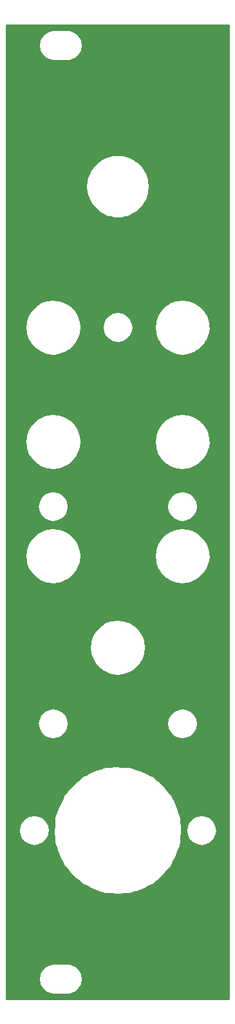
<source format=gtl>
G04 #@! TF.GenerationSoftware,KiCad,Pcbnew,(5.0.0-rc2)*
G04 #@! TF.CreationDate,2020-07-08T18:40:00+03:00*
G04 #@! TF.ProjectId,MIDIPNL2,4D494449504E4C322E6B696361645F70,rev?*
G04 #@! TF.SameCoordinates,PX23c3460PY84157a0*
G04 #@! TF.FileFunction,Copper,L1,Top,Signal*
G04 #@! TF.FilePolarity,Positive*
%FSLAX46Y46*%
G04 Gerber Fmt 4.6, Leading zero omitted, Abs format (unit mm)*
G04 Created by KiCad (PCBNEW (5.0.0-rc2)) date Wed Jul  8 18:40:00 2020*
%MOMM*%
%LPD*%
G01*
G04 APERTURE LIST*
G04 #@! TA.AperFunction,NonConductor*
%ADD10C,0.254000*%
G04 #@! TD*
G04 APERTURE END LIST*
D10*
G36*
X29603000Y397000D02*
X397000Y397000D01*
X397000Y3063669D01*
X4598011Y3063669D01*
X4598011Y2936331D01*
X4676321Y2441905D01*
X4676321Y2441904D01*
X4715670Y2320799D01*
X4942933Y1874770D01*
X5017781Y1771752D01*
X5371752Y1417780D01*
X5474770Y1342933D01*
X5920799Y1115670D01*
X6041904Y1076321D01*
X6528449Y999259D01*
X6559917Y993000D01*
X8440083Y993000D01*
X8471551Y999259D01*
X8958096Y1076321D01*
X9079201Y1115670D01*
X9525230Y1342933D01*
X9628248Y1417781D01*
X9982220Y1771752D01*
X10057067Y1874770D01*
X10284330Y2320799D01*
X10323679Y2441904D01*
X10323679Y2441905D01*
X10401989Y2936331D01*
X10401989Y3063669D01*
X10323679Y3558096D01*
X10317272Y3577816D01*
X10284330Y3679201D01*
X10057067Y4125230D01*
X10004188Y4198011D01*
X9982220Y4228248D01*
X9628248Y4582219D01*
X9525230Y4657067D01*
X9079201Y4884330D01*
X8958096Y4923679D01*
X8471551Y5000741D01*
X8440083Y5007000D01*
X6559917Y5007000D01*
X6528449Y5000741D01*
X6041904Y4923679D01*
X5920799Y4884330D01*
X5474770Y4657067D01*
X5371752Y4582220D01*
X5017781Y4228248D01*
X4942933Y4125230D01*
X4715670Y3679201D01*
X4676321Y3558096D01*
X4598011Y3063669D01*
X397000Y3063669D01*
X397000Y22500000D01*
X1973000Y22500000D01*
X2072208Y21873623D01*
X2360123Y21308559D01*
X2808559Y20860123D01*
X3373623Y20572208D01*
X4000000Y20473000D01*
X4626377Y20572208D01*
X5191441Y20860123D01*
X5639877Y21308559D01*
X5927792Y21873623D01*
X5985076Y22235302D01*
X6577158Y22235302D01*
X6653000Y21495080D01*
X6653000Y20839679D01*
X6897849Y20248562D01*
X6985447Y19895914D01*
X7432322Y18792633D01*
X7671421Y18380994D01*
X7923755Y17771805D01*
X8395025Y17300535D01*
X8767129Y16828524D01*
X9628428Y16006885D01*
X9839533Y15856027D01*
X10271805Y15423755D01*
X10841163Y15187919D01*
X11653235Y14766082D01*
X12776342Y14371675D01*
X12844465Y14358125D01*
X13339679Y14153000D01*
X13875692Y14153000D01*
X13943817Y14139449D01*
X15132366Y14074040D01*
X16044051Y14153000D01*
X16660321Y14153000D01*
X17225111Y14386944D01*
X17477878Y14445532D01*
X18588042Y14875022D01*
X19112453Y15168706D01*
X19728195Y15423755D01*
X20194446Y15890006D01*
X20572875Y16178814D01*
X21407941Y17027101D01*
X21623825Y17319385D01*
X22076245Y17771805D01*
X22327057Y18377319D01*
X22680395Y19032169D01*
X23092395Y20148942D01*
X23126496Y20307336D01*
X23347000Y20839679D01*
X23347000Y21370122D01*
X23427000Y22500000D01*
X23973000Y22500000D01*
X24072208Y21873623D01*
X24360123Y21308559D01*
X24808559Y20860123D01*
X25373623Y20572208D01*
X26000000Y20473000D01*
X26626377Y20572208D01*
X27191441Y20860123D01*
X27639877Y21308559D01*
X27927792Y21873623D01*
X28027000Y22500000D01*
X27927792Y23126377D01*
X27639877Y23691441D01*
X27191441Y24139877D01*
X26626377Y24427792D01*
X26000000Y24527000D01*
X25373623Y24427792D01*
X24808559Y24139877D01*
X24360123Y23691441D01*
X24072208Y23126377D01*
X23973000Y22500000D01*
X23427000Y22500000D01*
X23410371Y23029136D01*
X23347000Y23500940D01*
X23347000Y24160321D01*
X23091950Y24776066D01*
X22928802Y25354544D01*
X22447493Y26443245D01*
X22310189Y26663405D01*
X22076245Y27228195D01*
X21640475Y27663965D01*
X21051650Y28364457D01*
X20164968Y29158636D01*
X20107214Y29197226D01*
X19728195Y29576245D01*
X19232984Y29781368D01*
X19175230Y29819958D01*
X18102186Y30335226D01*
X17229684Y30611162D01*
X16660321Y30847000D01*
X16048996Y30847000D01*
X15793051Y30889601D01*
X14603034Y30917645D01*
X14006156Y30847000D01*
X13339679Y30847000D01*
X12730490Y30594666D01*
X12270348Y30472661D01*
X11174222Y30008512D01*
X10862919Y29821093D01*
X10271805Y29576245D01*
X9808370Y29112810D01*
X9231322Y28643019D01*
X8423313Y27768920D01*
X8331192Y27635632D01*
X7923755Y27228195D01*
X7720766Y26738136D01*
X7214467Y25724873D01*
X6855990Y24650382D01*
X6653000Y24160321D01*
X6653000Y23584117D01*
X6623891Y23424731D01*
X6577158Y22235302D01*
X5985076Y22235302D01*
X6027000Y22500000D01*
X5927792Y23126377D01*
X5639877Y23691441D01*
X5191441Y24139877D01*
X4626377Y24427792D01*
X4000000Y24527000D01*
X3373623Y24427792D01*
X2808559Y24139877D01*
X2360123Y23691441D01*
X2072208Y23126377D01*
X1973000Y22500000D01*
X397000Y22500000D01*
X397000Y36500000D01*
X4473000Y36500000D01*
X4572208Y35873623D01*
X4860123Y35308559D01*
X5308559Y34860123D01*
X5873623Y34572208D01*
X6500000Y34473000D01*
X7126377Y34572208D01*
X7691441Y34860123D01*
X8139877Y35308559D01*
X8427792Y35873623D01*
X8527000Y36500000D01*
X21473000Y36500000D01*
X21572208Y35873623D01*
X21860123Y35308559D01*
X22308559Y34860123D01*
X22873623Y34572208D01*
X23500000Y34473000D01*
X24126377Y34572208D01*
X24691441Y34860123D01*
X25139877Y35308559D01*
X25427792Y35873623D01*
X25527000Y36500000D01*
X25427792Y37126377D01*
X25139877Y37691441D01*
X24691441Y38139877D01*
X24126377Y38427792D01*
X23500000Y38527000D01*
X22873623Y38427792D01*
X22308559Y38139877D01*
X21860123Y37691441D01*
X21572208Y37126377D01*
X21473000Y36500000D01*
X8527000Y36500000D01*
X8427792Y37126377D01*
X8139877Y37691441D01*
X7691441Y38139877D01*
X7126377Y38427792D01*
X6500000Y38527000D01*
X5873623Y38427792D01*
X5308559Y38139877D01*
X4860123Y37691441D01*
X4572208Y37126377D01*
X4473000Y36500000D01*
X397000Y36500000D01*
X397000Y46448661D01*
X11323358Y46448661D01*
X11403000Y45818229D01*
X11403000Y45784512D01*
X11409129Y45769716D01*
X11426099Y45635382D01*
X11706468Y44865076D01*
X11923044Y44529016D01*
X11950611Y44462463D01*
X11993709Y44419365D01*
X12150529Y44176028D01*
X12736213Y43602484D01*
X12929502Y43483572D01*
X12962463Y43450611D01*
X13025567Y43424472D01*
X13434410Y43172951D01*
X14210418Y42908776D01*
X15025670Y42823090D01*
X15695821Y42903000D01*
X15715488Y42903000D01*
X15723438Y42906293D01*
X15839646Y42920150D01*
X16611891Y43195134D01*
X16971085Y43423086D01*
X17037537Y43450611D01*
X17077622Y43490696D01*
X17304022Y43634374D01*
X17881641Y44216040D01*
X18012693Y44425767D01*
X18049389Y44462463D01*
X18076457Y44527811D01*
X18316038Y44911221D01*
X18585624Y45685366D01*
X18596650Y45783668D01*
X18597000Y45784512D01*
X18597000Y45786785D01*
X18677000Y46500000D01*
X18675566Y46602668D01*
X18597000Y47161695D01*
X18597000Y47215488D01*
X18585557Y47243113D01*
X18561480Y47414433D01*
X18270384Y48180749D01*
X18075969Y48473366D01*
X18049389Y48537537D01*
X18001551Y48585375D01*
X17816745Y48863530D01*
X17223111Y49428841D01*
X17062108Y49524818D01*
X17037537Y49549389D01*
X16982982Y49571986D01*
X16518985Y49848584D01*
X15739364Y50101898D01*
X14922995Y50176194D01*
X14329468Y50097000D01*
X14284512Y50097000D01*
X14263149Y50088151D01*
X14110453Y50067777D01*
X13342123Y49782038D01*
X13028224Y49576628D01*
X12962463Y49549389D01*
X12916766Y49503692D01*
X12656192Y49333177D01*
X12086751Y48743504D01*
X11979522Y48566448D01*
X11950611Y48537537D01*
X11925937Y48477968D01*
X11662102Y48042325D01*
X11403351Y47264491D01*
X11323358Y46448661D01*
X397000Y46448661D01*
X397000Y58448661D01*
X2823358Y58448661D01*
X2903000Y57818229D01*
X2903000Y57784512D01*
X2909129Y57769716D01*
X2926099Y57635382D01*
X3206468Y56865076D01*
X3423044Y56529016D01*
X3450611Y56462463D01*
X3493709Y56419365D01*
X3650529Y56176028D01*
X4236213Y55602484D01*
X4429502Y55483572D01*
X4462463Y55450611D01*
X4525567Y55424472D01*
X4934410Y55172951D01*
X5710418Y54908776D01*
X6525670Y54823090D01*
X7195821Y54903000D01*
X7215488Y54903000D01*
X7223438Y54906293D01*
X7339646Y54920150D01*
X8111891Y55195134D01*
X8471085Y55423086D01*
X8537537Y55450611D01*
X8577622Y55490696D01*
X8804022Y55634374D01*
X9381641Y56216040D01*
X9512693Y56425767D01*
X9549389Y56462463D01*
X9576457Y56527811D01*
X9816038Y56911221D01*
X10085624Y57685366D01*
X10096650Y57783668D01*
X10097000Y57784512D01*
X10097000Y57786785D01*
X10171241Y58448661D01*
X19823358Y58448661D01*
X19903000Y57818229D01*
X19903000Y57784512D01*
X19909129Y57769716D01*
X19926099Y57635382D01*
X20206468Y56865076D01*
X20423044Y56529016D01*
X20450611Y56462463D01*
X20493709Y56419365D01*
X20650529Y56176028D01*
X21236213Y55602484D01*
X21429502Y55483572D01*
X21462463Y55450611D01*
X21525567Y55424472D01*
X21934410Y55172951D01*
X22710418Y54908776D01*
X23525670Y54823090D01*
X24195821Y54903000D01*
X24215488Y54903000D01*
X24223438Y54906293D01*
X24339646Y54920150D01*
X25111891Y55195134D01*
X25471085Y55423086D01*
X25537537Y55450611D01*
X25577622Y55490696D01*
X25804022Y55634374D01*
X26381641Y56216040D01*
X26512693Y56425767D01*
X26549389Y56462463D01*
X26576457Y56527811D01*
X26816038Y56911221D01*
X27085624Y57685366D01*
X27096650Y57783668D01*
X27097000Y57784512D01*
X27097000Y57786785D01*
X27177000Y58500000D01*
X27175566Y58602668D01*
X27097000Y59161695D01*
X27097000Y59215488D01*
X27085557Y59243113D01*
X27061480Y59414433D01*
X26770384Y60180749D01*
X26575969Y60473366D01*
X26549389Y60537537D01*
X26501551Y60585375D01*
X26316745Y60863530D01*
X25723111Y61428841D01*
X25562108Y61524818D01*
X25537537Y61549389D01*
X25482982Y61571986D01*
X25018985Y61848584D01*
X24239364Y62101898D01*
X23422995Y62176194D01*
X22829468Y62097000D01*
X22784512Y62097000D01*
X22763149Y62088151D01*
X22610453Y62067777D01*
X21842123Y61782038D01*
X21528224Y61576628D01*
X21462463Y61549389D01*
X21416766Y61503692D01*
X21156192Y61333177D01*
X20586751Y60743504D01*
X20479522Y60566448D01*
X20450611Y60537537D01*
X20425937Y60477968D01*
X20162102Y60042325D01*
X19903351Y59264491D01*
X19823358Y58448661D01*
X10171241Y58448661D01*
X10177000Y58500000D01*
X10175566Y58602668D01*
X10097000Y59161695D01*
X10097000Y59215488D01*
X10085557Y59243113D01*
X10061480Y59414433D01*
X9770384Y60180749D01*
X9575969Y60473366D01*
X9549389Y60537537D01*
X9501551Y60585375D01*
X9316745Y60863530D01*
X8723111Y61428841D01*
X8562108Y61524818D01*
X8537537Y61549389D01*
X8482982Y61571986D01*
X8018985Y61848584D01*
X7239364Y62101898D01*
X6422995Y62176194D01*
X5829468Y62097000D01*
X5784512Y62097000D01*
X5763149Y62088151D01*
X5610453Y62067777D01*
X4842123Y61782038D01*
X4528224Y61576628D01*
X4462463Y61549389D01*
X4416766Y61503692D01*
X4156192Y61333177D01*
X3586751Y60743504D01*
X3479522Y60566448D01*
X3450611Y60537537D01*
X3425937Y60477968D01*
X3162102Y60042325D01*
X2903351Y59264491D01*
X2823358Y58448661D01*
X397000Y58448661D01*
X397000Y65000000D01*
X4473000Y65000000D01*
X4572208Y64373623D01*
X4860123Y63808559D01*
X5308559Y63360123D01*
X5873623Y63072208D01*
X6500000Y62973000D01*
X7126377Y63072208D01*
X7691441Y63360123D01*
X8139877Y63808559D01*
X8427792Y64373623D01*
X8527000Y65000000D01*
X21473000Y65000000D01*
X21572208Y64373623D01*
X21860123Y63808559D01*
X22308559Y63360123D01*
X22873623Y63072208D01*
X23500000Y62973000D01*
X24126377Y63072208D01*
X24691441Y63360123D01*
X25139877Y63808559D01*
X25427792Y64373623D01*
X25527000Y65000000D01*
X25427792Y65626377D01*
X25139877Y66191441D01*
X24691441Y66639877D01*
X24126377Y66927792D01*
X23500000Y67027000D01*
X22873623Y66927792D01*
X22308559Y66639877D01*
X21860123Y66191441D01*
X21572208Y65626377D01*
X21473000Y65000000D01*
X8527000Y65000000D01*
X8427792Y65626377D01*
X8139877Y66191441D01*
X7691441Y66639877D01*
X7126377Y66927792D01*
X6500000Y67027000D01*
X5873623Y66927792D01*
X5308559Y66639877D01*
X4860123Y66191441D01*
X4572208Y65626377D01*
X4473000Y65000000D01*
X397000Y65000000D01*
X397000Y73448661D01*
X2823358Y73448661D01*
X2903000Y72818229D01*
X2903000Y72784512D01*
X2909129Y72769716D01*
X2926099Y72635382D01*
X3206468Y71865076D01*
X3423044Y71529016D01*
X3450611Y71462463D01*
X3493709Y71419365D01*
X3650529Y71176028D01*
X4236213Y70602484D01*
X4429502Y70483572D01*
X4462463Y70450611D01*
X4525567Y70424472D01*
X4934410Y70172951D01*
X5710418Y69908776D01*
X6525670Y69823090D01*
X7195821Y69903000D01*
X7215488Y69903000D01*
X7223438Y69906293D01*
X7339646Y69920150D01*
X8111891Y70195134D01*
X8471085Y70423086D01*
X8537537Y70450611D01*
X8577622Y70490696D01*
X8804022Y70634374D01*
X9381641Y71216040D01*
X9512693Y71425767D01*
X9549389Y71462463D01*
X9576457Y71527811D01*
X9816038Y71911221D01*
X10085624Y72685366D01*
X10096650Y72783668D01*
X10097000Y72784512D01*
X10097000Y72786785D01*
X10171241Y73448661D01*
X19823358Y73448661D01*
X19903000Y72818229D01*
X19903000Y72784512D01*
X19909129Y72769716D01*
X19926099Y72635382D01*
X20206468Y71865076D01*
X20423044Y71529016D01*
X20450611Y71462463D01*
X20493709Y71419365D01*
X20650529Y71176028D01*
X21236213Y70602484D01*
X21429502Y70483572D01*
X21462463Y70450611D01*
X21525567Y70424472D01*
X21934410Y70172951D01*
X22710418Y69908776D01*
X23525670Y69823090D01*
X24195821Y69903000D01*
X24215488Y69903000D01*
X24223438Y69906293D01*
X24339646Y69920150D01*
X25111891Y70195134D01*
X25471085Y70423086D01*
X25537537Y70450611D01*
X25577622Y70490696D01*
X25804022Y70634374D01*
X26381641Y71216040D01*
X26512693Y71425767D01*
X26549389Y71462463D01*
X26576457Y71527811D01*
X26816038Y71911221D01*
X27085624Y72685366D01*
X27096650Y72783668D01*
X27097000Y72784512D01*
X27097000Y72786785D01*
X27177000Y73500000D01*
X27175566Y73602668D01*
X27097000Y74161695D01*
X27097000Y74215488D01*
X27085557Y74243113D01*
X27061480Y74414433D01*
X26770384Y75180749D01*
X26575969Y75473366D01*
X26549389Y75537537D01*
X26501551Y75585375D01*
X26316745Y75863530D01*
X25723111Y76428841D01*
X25562108Y76524818D01*
X25537537Y76549389D01*
X25482982Y76571986D01*
X25018985Y76848584D01*
X24239364Y77101898D01*
X23422995Y77176194D01*
X22829468Y77097000D01*
X22784512Y77097000D01*
X22763149Y77088151D01*
X22610453Y77067777D01*
X21842123Y76782038D01*
X21528224Y76576628D01*
X21462463Y76549389D01*
X21416766Y76503692D01*
X21156192Y76333177D01*
X20586751Y75743504D01*
X20479522Y75566448D01*
X20450611Y75537537D01*
X20425937Y75477968D01*
X20162102Y75042325D01*
X19903351Y74264491D01*
X19823358Y73448661D01*
X10171241Y73448661D01*
X10177000Y73500000D01*
X10175566Y73602668D01*
X10097000Y74161695D01*
X10097000Y74215488D01*
X10085557Y74243113D01*
X10061480Y74414433D01*
X9770384Y75180749D01*
X9575969Y75473366D01*
X9549389Y75537537D01*
X9501551Y75585375D01*
X9316745Y75863530D01*
X8723111Y76428841D01*
X8562108Y76524818D01*
X8537537Y76549389D01*
X8482982Y76571986D01*
X8018985Y76848584D01*
X7239364Y77101898D01*
X6422995Y77176194D01*
X5829468Y77097000D01*
X5784512Y77097000D01*
X5763149Y77088151D01*
X5610453Y77067777D01*
X4842123Y76782038D01*
X4528224Y76576628D01*
X4462463Y76549389D01*
X4416766Y76503692D01*
X4156192Y76333177D01*
X3586751Y75743504D01*
X3479522Y75566448D01*
X3450611Y75537537D01*
X3425937Y75477968D01*
X3162102Y75042325D01*
X2903351Y74264491D01*
X2823358Y73448661D01*
X397000Y73448661D01*
X397000Y88448661D01*
X2823358Y88448661D01*
X2903000Y87818229D01*
X2903000Y87784512D01*
X2909129Y87769716D01*
X2926099Y87635382D01*
X3206468Y86865076D01*
X3423044Y86529016D01*
X3450611Y86462463D01*
X3493709Y86419365D01*
X3650529Y86176028D01*
X4236213Y85602484D01*
X4429502Y85483572D01*
X4462463Y85450611D01*
X4525567Y85424472D01*
X4934410Y85172951D01*
X5710418Y84908776D01*
X6525670Y84823090D01*
X7195821Y84903000D01*
X7215488Y84903000D01*
X7223438Y84906293D01*
X7339646Y84920150D01*
X8111891Y85195134D01*
X8471085Y85423086D01*
X8537537Y85450611D01*
X8577622Y85490696D01*
X8804022Y85634374D01*
X9381641Y86216040D01*
X9512693Y86425767D01*
X9549389Y86462463D01*
X9576457Y86527811D01*
X9816038Y86911221D01*
X10085624Y87685366D01*
X10096650Y87783668D01*
X10097000Y87784512D01*
X10097000Y87786785D01*
X10177000Y88500000D01*
X12973000Y88500000D01*
X13072208Y87873623D01*
X13360123Y87308559D01*
X13808559Y86860123D01*
X14373623Y86572208D01*
X15000000Y86473000D01*
X15626377Y86572208D01*
X16191441Y86860123D01*
X16639877Y87308559D01*
X16927792Y87873623D01*
X17018868Y88448661D01*
X19823358Y88448661D01*
X19903000Y87818229D01*
X19903000Y87784512D01*
X19909129Y87769716D01*
X19926099Y87635382D01*
X20206468Y86865076D01*
X20423044Y86529016D01*
X20450611Y86462463D01*
X20493709Y86419365D01*
X20650529Y86176028D01*
X21236213Y85602484D01*
X21429502Y85483572D01*
X21462463Y85450611D01*
X21525567Y85424472D01*
X21934410Y85172951D01*
X22710418Y84908776D01*
X23525670Y84823090D01*
X24195821Y84903000D01*
X24215488Y84903000D01*
X24223438Y84906293D01*
X24339646Y84920150D01*
X25111891Y85195134D01*
X25471085Y85423086D01*
X25537537Y85450611D01*
X25577622Y85490696D01*
X25804022Y85634374D01*
X26381641Y86216040D01*
X26512693Y86425767D01*
X26549389Y86462463D01*
X26576457Y86527811D01*
X26816038Y86911221D01*
X27085624Y87685366D01*
X27096650Y87783668D01*
X27097000Y87784512D01*
X27097000Y87786785D01*
X27177000Y88500000D01*
X27175566Y88602668D01*
X27097000Y89161695D01*
X27097000Y89215488D01*
X27085557Y89243113D01*
X27061480Y89414433D01*
X26770384Y90180749D01*
X26575969Y90473366D01*
X26549389Y90537537D01*
X26501551Y90585375D01*
X26316745Y90863530D01*
X25723111Y91428841D01*
X25562108Y91524818D01*
X25537537Y91549389D01*
X25482982Y91571986D01*
X25018985Y91848584D01*
X24239364Y92101898D01*
X23422995Y92176194D01*
X22829468Y92097000D01*
X22784512Y92097000D01*
X22763149Y92088151D01*
X22610453Y92067777D01*
X21842123Y91782038D01*
X21528224Y91576628D01*
X21462463Y91549389D01*
X21416766Y91503692D01*
X21156192Y91333177D01*
X20586751Y90743504D01*
X20479522Y90566448D01*
X20450611Y90537537D01*
X20425937Y90477968D01*
X20162102Y90042325D01*
X19903351Y89264491D01*
X19823358Y88448661D01*
X17018868Y88448661D01*
X17027000Y88500000D01*
X16927792Y89126377D01*
X16639877Y89691441D01*
X16191441Y90139877D01*
X15626377Y90427792D01*
X15000000Y90527000D01*
X14373623Y90427792D01*
X13808559Y90139877D01*
X13360123Y89691441D01*
X13072208Y89126377D01*
X12973000Y88500000D01*
X10177000Y88500000D01*
X10175566Y88602668D01*
X10097000Y89161695D01*
X10097000Y89215488D01*
X10085557Y89243113D01*
X10061480Y89414433D01*
X9770384Y90180749D01*
X9575969Y90473366D01*
X9549389Y90537537D01*
X9501551Y90585375D01*
X9316745Y90863530D01*
X8723111Y91428841D01*
X8562108Y91524818D01*
X8537537Y91549389D01*
X8482982Y91571986D01*
X8018985Y91848584D01*
X7239364Y92101898D01*
X6422995Y92176194D01*
X5829468Y92097000D01*
X5784512Y92097000D01*
X5763149Y92088151D01*
X5610453Y92067777D01*
X4842123Y91782038D01*
X4528224Y91576628D01*
X4462463Y91549389D01*
X4416766Y91503692D01*
X4156192Y91333177D01*
X3586751Y90743504D01*
X3479522Y90566448D01*
X3450611Y90537537D01*
X3425937Y90477968D01*
X3162102Y90042325D01*
X2903351Y89264491D01*
X2823358Y88448661D01*
X397000Y88448661D01*
X397000Y107000000D01*
X10823000Y107000000D01*
X10903000Y106238847D01*
X10903000Y106185056D01*
X10910576Y106166766D01*
X10914277Y106131553D01*
X11184121Y105301061D01*
X11485089Y104779769D01*
X11526731Y104679236D01*
X11565535Y104640432D01*
X11620736Y104544821D01*
X12205041Y103895884D01*
X12589166Y103616801D01*
X12679236Y103526731D01*
X12758097Y103494066D01*
X12911500Y103382612D01*
X13709236Y103027437D01*
X14069522Y102950856D01*
X14185056Y102903000D01*
X14294666Y102903000D01*
X14563385Y102845882D01*
X15436615Y102845882D01*
X15705334Y102903000D01*
X15814944Y102903000D01*
X15930478Y102950856D01*
X16290764Y103027437D01*
X17088500Y103382612D01*
X17241903Y103494066D01*
X17320764Y103526731D01*
X17410834Y103616801D01*
X17794959Y103895884D01*
X18379264Y104544821D01*
X18434465Y104640432D01*
X18473269Y104679236D01*
X18514911Y104779769D01*
X18815879Y105301061D01*
X19085723Y106131553D01*
X19089424Y106166766D01*
X19097000Y106185056D01*
X19097000Y106238847D01*
X19177000Y107000000D01*
X19097000Y107761153D01*
X19097000Y107814944D01*
X19089424Y107833234D01*
X19085723Y107868447D01*
X18815879Y108698939D01*
X18514911Y109220231D01*
X18473269Y109320764D01*
X18434465Y109359568D01*
X18379264Y109455179D01*
X17794959Y110104116D01*
X17410834Y110383199D01*
X17320764Y110473269D01*
X17241903Y110505934D01*
X17088500Y110617388D01*
X16290764Y110972563D01*
X15930478Y111049144D01*
X15814944Y111097000D01*
X15705334Y111097000D01*
X15436615Y111154118D01*
X14563385Y111154118D01*
X14294666Y111097000D01*
X14185056Y111097000D01*
X14069522Y111049144D01*
X13709236Y110972563D01*
X12911500Y110617388D01*
X12758097Y110505934D01*
X12679236Y110473269D01*
X12589166Y110383199D01*
X12205041Y110104116D01*
X11620736Y109455179D01*
X11565535Y109359568D01*
X11526731Y109320764D01*
X11485089Y109220231D01*
X11184121Y108698939D01*
X10914277Y107868447D01*
X10910576Y107833234D01*
X10903000Y107814944D01*
X10903000Y107761153D01*
X10823000Y107000000D01*
X397000Y107000000D01*
X397000Y125563669D01*
X4598011Y125563669D01*
X4598011Y125436331D01*
X4676321Y124941905D01*
X4676321Y124941904D01*
X4715670Y124820799D01*
X4942933Y124374770D01*
X5017781Y124271752D01*
X5371752Y123917780D01*
X5474770Y123842933D01*
X5920799Y123615670D01*
X6041904Y123576321D01*
X6528449Y123499259D01*
X6559917Y123493000D01*
X8440083Y123493000D01*
X8471551Y123499259D01*
X8958096Y123576321D01*
X9079201Y123615670D01*
X9525230Y123842933D01*
X9628248Y123917781D01*
X9982220Y124271752D01*
X10057067Y124374770D01*
X10284330Y124820799D01*
X10323679Y124941904D01*
X10323679Y124941905D01*
X10401989Y125436331D01*
X10401989Y125563669D01*
X10323679Y126058096D01*
X10317272Y126077816D01*
X10284330Y126179201D01*
X10057067Y126625230D01*
X10004188Y126698011D01*
X9982220Y126728248D01*
X9628248Y127082219D01*
X9525230Y127157067D01*
X9079201Y127384330D01*
X8958096Y127423679D01*
X8471551Y127500741D01*
X8440083Y127507000D01*
X6559917Y127507000D01*
X6528449Y127500741D01*
X6041904Y127423679D01*
X5920799Y127384330D01*
X5474770Y127157067D01*
X5371752Y127082220D01*
X5017781Y126728248D01*
X4942933Y126625230D01*
X4715670Y126179201D01*
X4676321Y126058096D01*
X4598011Y125563669D01*
X397000Y125563669D01*
X396999Y128103000D01*
X29603001Y128103000D01*
X29603000Y397000D01*
X29603000Y397000D01*
G37*
X29603000Y397000D02*
X397000Y397000D01*
X397000Y3063669D01*
X4598011Y3063669D01*
X4598011Y2936331D01*
X4676321Y2441905D01*
X4676321Y2441904D01*
X4715670Y2320799D01*
X4942933Y1874770D01*
X5017781Y1771752D01*
X5371752Y1417780D01*
X5474770Y1342933D01*
X5920799Y1115670D01*
X6041904Y1076321D01*
X6528449Y999259D01*
X6559917Y993000D01*
X8440083Y993000D01*
X8471551Y999259D01*
X8958096Y1076321D01*
X9079201Y1115670D01*
X9525230Y1342933D01*
X9628248Y1417781D01*
X9982220Y1771752D01*
X10057067Y1874770D01*
X10284330Y2320799D01*
X10323679Y2441904D01*
X10323679Y2441905D01*
X10401989Y2936331D01*
X10401989Y3063669D01*
X10323679Y3558096D01*
X10317272Y3577816D01*
X10284330Y3679201D01*
X10057067Y4125230D01*
X10004188Y4198011D01*
X9982220Y4228248D01*
X9628248Y4582219D01*
X9525230Y4657067D01*
X9079201Y4884330D01*
X8958096Y4923679D01*
X8471551Y5000741D01*
X8440083Y5007000D01*
X6559917Y5007000D01*
X6528449Y5000741D01*
X6041904Y4923679D01*
X5920799Y4884330D01*
X5474770Y4657067D01*
X5371752Y4582220D01*
X5017781Y4228248D01*
X4942933Y4125230D01*
X4715670Y3679201D01*
X4676321Y3558096D01*
X4598011Y3063669D01*
X397000Y3063669D01*
X397000Y22500000D01*
X1973000Y22500000D01*
X2072208Y21873623D01*
X2360123Y21308559D01*
X2808559Y20860123D01*
X3373623Y20572208D01*
X4000000Y20473000D01*
X4626377Y20572208D01*
X5191441Y20860123D01*
X5639877Y21308559D01*
X5927792Y21873623D01*
X5985076Y22235302D01*
X6577158Y22235302D01*
X6653000Y21495080D01*
X6653000Y20839679D01*
X6897849Y20248562D01*
X6985447Y19895914D01*
X7432322Y18792633D01*
X7671421Y18380994D01*
X7923755Y17771805D01*
X8395025Y17300535D01*
X8767129Y16828524D01*
X9628428Y16006885D01*
X9839533Y15856027D01*
X10271805Y15423755D01*
X10841163Y15187919D01*
X11653235Y14766082D01*
X12776342Y14371675D01*
X12844465Y14358125D01*
X13339679Y14153000D01*
X13875692Y14153000D01*
X13943817Y14139449D01*
X15132366Y14074040D01*
X16044051Y14153000D01*
X16660321Y14153000D01*
X17225111Y14386944D01*
X17477878Y14445532D01*
X18588042Y14875022D01*
X19112453Y15168706D01*
X19728195Y15423755D01*
X20194446Y15890006D01*
X20572875Y16178814D01*
X21407941Y17027101D01*
X21623825Y17319385D01*
X22076245Y17771805D01*
X22327057Y18377319D01*
X22680395Y19032169D01*
X23092395Y20148942D01*
X23126496Y20307336D01*
X23347000Y20839679D01*
X23347000Y21370122D01*
X23427000Y22500000D01*
X23973000Y22500000D01*
X24072208Y21873623D01*
X24360123Y21308559D01*
X24808559Y20860123D01*
X25373623Y20572208D01*
X26000000Y20473000D01*
X26626377Y20572208D01*
X27191441Y20860123D01*
X27639877Y21308559D01*
X27927792Y21873623D01*
X28027000Y22500000D01*
X27927792Y23126377D01*
X27639877Y23691441D01*
X27191441Y24139877D01*
X26626377Y24427792D01*
X26000000Y24527000D01*
X25373623Y24427792D01*
X24808559Y24139877D01*
X24360123Y23691441D01*
X24072208Y23126377D01*
X23973000Y22500000D01*
X23427000Y22500000D01*
X23410371Y23029136D01*
X23347000Y23500940D01*
X23347000Y24160321D01*
X23091950Y24776066D01*
X22928802Y25354544D01*
X22447493Y26443245D01*
X22310189Y26663405D01*
X22076245Y27228195D01*
X21640475Y27663965D01*
X21051650Y28364457D01*
X20164968Y29158636D01*
X20107214Y29197226D01*
X19728195Y29576245D01*
X19232984Y29781368D01*
X19175230Y29819958D01*
X18102186Y30335226D01*
X17229684Y30611162D01*
X16660321Y30847000D01*
X16048996Y30847000D01*
X15793051Y30889601D01*
X14603034Y30917645D01*
X14006156Y30847000D01*
X13339679Y30847000D01*
X12730490Y30594666D01*
X12270348Y30472661D01*
X11174222Y30008512D01*
X10862919Y29821093D01*
X10271805Y29576245D01*
X9808370Y29112810D01*
X9231322Y28643019D01*
X8423313Y27768920D01*
X8331192Y27635632D01*
X7923755Y27228195D01*
X7720766Y26738136D01*
X7214467Y25724873D01*
X6855990Y24650382D01*
X6653000Y24160321D01*
X6653000Y23584117D01*
X6623891Y23424731D01*
X6577158Y22235302D01*
X5985076Y22235302D01*
X6027000Y22500000D01*
X5927792Y23126377D01*
X5639877Y23691441D01*
X5191441Y24139877D01*
X4626377Y24427792D01*
X4000000Y24527000D01*
X3373623Y24427792D01*
X2808559Y24139877D01*
X2360123Y23691441D01*
X2072208Y23126377D01*
X1973000Y22500000D01*
X397000Y22500000D01*
X397000Y36500000D01*
X4473000Y36500000D01*
X4572208Y35873623D01*
X4860123Y35308559D01*
X5308559Y34860123D01*
X5873623Y34572208D01*
X6500000Y34473000D01*
X7126377Y34572208D01*
X7691441Y34860123D01*
X8139877Y35308559D01*
X8427792Y35873623D01*
X8527000Y36500000D01*
X21473000Y36500000D01*
X21572208Y35873623D01*
X21860123Y35308559D01*
X22308559Y34860123D01*
X22873623Y34572208D01*
X23500000Y34473000D01*
X24126377Y34572208D01*
X24691441Y34860123D01*
X25139877Y35308559D01*
X25427792Y35873623D01*
X25527000Y36500000D01*
X25427792Y37126377D01*
X25139877Y37691441D01*
X24691441Y38139877D01*
X24126377Y38427792D01*
X23500000Y38527000D01*
X22873623Y38427792D01*
X22308559Y38139877D01*
X21860123Y37691441D01*
X21572208Y37126377D01*
X21473000Y36500000D01*
X8527000Y36500000D01*
X8427792Y37126377D01*
X8139877Y37691441D01*
X7691441Y38139877D01*
X7126377Y38427792D01*
X6500000Y38527000D01*
X5873623Y38427792D01*
X5308559Y38139877D01*
X4860123Y37691441D01*
X4572208Y37126377D01*
X4473000Y36500000D01*
X397000Y36500000D01*
X397000Y46448661D01*
X11323358Y46448661D01*
X11403000Y45818229D01*
X11403000Y45784512D01*
X11409129Y45769716D01*
X11426099Y45635382D01*
X11706468Y44865076D01*
X11923044Y44529016D01*
X11950611Y44462463D01*
X11993709Y44419365D01*
X12150529Y44176028D01*
X12736213Y43602484D01*
X12929502Y43483572D01*
X12962463Y43450611D01*
X13025567Y43424472D01*
X13434410Y43172951D01*
X14210418Y42908776D01*
X15025670Y42823090D01*
X15695821Y42903000D01*
X15715488Y42903000D01*
X15723438Y42906293D01*
X15839646Y42920150D01*
X16611891Y43195134D01*
X16971085Y43423086D01*
X17037537Y43450611D01*
X17077622Y43490696D01*
X17304022Y43634374D01*
X17881641Y44216040D01*
X18012693Y44425767D01*
X18049389Y44462463D01*
X18076457Y44527811D01*
X18316038Y44911221D01*
X18585624Y45685366D01*
X18596650Y45783668D01*
X18597000Y45784512D01*
X18597000Y45786785D01*
X18677000Y46500000D01*
X18675566Y46602668D01*
X18597000Y47161695D01*
X18597000Y47215488D01*
X18585557Y47243113D01*
X18561480Y47414433D01*
X18270384Y48180749D01*
X18075969Y48473366D01*
X18049389Y48537537D01*
X18001551Y48585375D01*
X17816745Y48863530D01*
X17223111Y49428841D01*
X17062108Y49524818D01*
X17037537Y49549389D01*
X16982982Y49571986D01*
X16518985Y49848584D01*
X15739364Y50101898D01*
X14922995Y50176194D01*
X14329468Y50097000D01*
X14284512Y50097000D01*
X14263149Y50088151D01*
X14110453Y50067777D01*
X13342123Y49782038D01*
X13028224Y49576628D01*
X12962463Y49549389D01*
X12916766Y49503692D01*
X12656192Y49333177D01*
X12086751Y48743504D01*
X11979522Y48566448D01*
X11950611Y48537537D01*
X11925937Y48477968D01*
X11662102Y48042325D01*
X11403351Y47264491D01*
X11323358Y46448661D01*
X397000Y46448661D01*
X397000Y58448661D01*
X2823358Y58448661D01*
X2903000Y57818229D01*
X2903000Y57784512D01*
X2909129Y57769716D01*
X2926099Y57635382D01*
X3206468Y56865076D01*
X3423044Y56529016D01*
X3450611Y56462463D01*
X3493709Y56419365D01*
X3650529Y56176028D01*
X4236213Y55602484D01*
X4429502Y55483572D01*
X4462463Y55450611D01*
X4525567Y55424472D01*
X4934410Y55172951D01*
X5710418Y54908776D01*
X6525670Y54823090D01*
X7195821Y54903000D01*
X7215488Y54903000D01*
X7223438Y54906293D01*
X7339646Y54920150D01*
X8111891Y55195134D01*
X8471085Y55423086D01*
X8537537Y55450611D01*
X8577622Y55490696D01*
X8804022Y55634374D01*
X9381641Y56216040D01*
X9512693Y56425767D01*
X9549389Y56462463D01*
X9576457Y56527811D01*
X9816038Y56911221D01*
X10085624Y57685366D01*
X10096650Y57783668D01*
X10097000Y57784512D01*
X10097000Y57786785D01*
X10171241Y58448661D01*
X19823358Y58448661D01*
X19903000Y57818229D01*
X19903000Y57784512D01*
X19909129Y57769716D01*
X19926099Y57635382D01*
X20206468Y56865076D01*
X20423044Y56529016D01*
X20450611Y56462463D01*
X20493709Y56419365D01*
X20650529Y56176028D01*
X21236213Y55602484D01*
X21429502Y55483572D01*
X21462463Y55450611D01*
X21525567Y55424472D01*
X21934410Y55172951D01*
X22710418Y54908776D01*
X23525670Y54823090D01*
X24195821Y54903000D01*
X24215488Y54903000D01*
X24223438Y54906293D01*
X24339646Y54920150D01*
X25111891Y55195134D01*
X25471085Y55423086D01*
X25537537Y55450611D01*
X25577622Y55490696D01*
X25804022Y55634374D01*
X26381641Y56216040D01*
X26512693Y56425767D01*
X26549389Y56462463D01*
X26576457Y56527811D01*
X26816038Y56911221D01*
X27085624Y57685366D01*
X27096650Y57783668D01*
X27097000Y57784512D01*
X27097000Y57786785D01*
X27177000Y58500000D01*
X27175566Y58602668D01*
X27097000Y59161695D01*
X27097000Y59215488D01*
X27085557Y59243113D01*
X27061480Y59414433D01*
X26770384Y60180749D01*
X26575969Y60473366D01*
X26549389Y60537537D01*
X26501551Y60585375D01*
X26316745Y60863530D01*
X25723111Y61428841D01*
X25562108Y61524818D01*
X25537537Y61549389D01*
X25482982Y61571986D01*
X25018985Y61848584D01*
X24239364Y62101898D01*
X23422995Y62176194D01*
X22829468Y62097000D01*
X22784512Y62097000D01*
X22763149Y62088151D01*
X22610453Y62067777D01*
X21842123Y61782038D01*
X21528224Y61576628D01*
X21462463Y61549389D01*
X21416766Y61503692D01*
X21156192Y61333177D01*
X20586751Y60743504D01*
X20479522Y60566448D01*
X20450611Y60537537D01*
X20425937Y60477968D01*
X20162102Y60042325D01*
X19903351Y59264491D01*
X19823358Y58448661D01*
X10171241Y58448661D01*
X10177000Y58500000D01*
X10175566Y58602668D01*
X10097000Y59161695D01*
X10097000Y59215488D01*
X10085557Y59243113D01*
X10061480Y59414433D01*
X9770384Y60180749D01*
X9575969Y60473366D01*
X9549389Y60537537D01*
X9501551Y60585375D01*
X9316745Y60863530D01*
X8723111Y61428841D01*
X8562108Y61524818D01*
X8537537Y61549389D01*
X8482982Y61571986D01*
X8018985Y61848584D01*
X7239364Y62101898D01*
X6422995Y62176194D01*
X5829468Y62097000D01*
X5784512Y62097000D01*
X5763149Y62088151D01*
X5610453Y62067777D01*
X4842123Y61782038D01*
X4528224Y61576628D01*
X4462463Y61549389D01*
X4416766Y61503692D01*
X4156192Y61333177D01*
X3586751Y60743504D01*
X3479522Y60566448D01*
X3450611Y60537537D01*
X3425937Y60477968D01*
X3162102Y60042325D01*
X2903351Y59264491D01*
X2823358Y58448661D01*
X397000Y58448661D01*
X397000Y65000000D01*
X4473000Y65000000D01*
X4572208Y64373623D01*
X4860123Y63808559D01*
X5308559Y63360123D01*
X5873623Y63072208D01*
X6500000Y62973000D01*
X7126377Y63072208D01*
X7691441Y63360123D01*
X8139877Y63808559D01*
X8427792Y64373623D01*
X8527000Y65000000D01*
X21473000Y65000000D01*
X21572208Y64373623D01*
X21860123Y63808559D01*
X22308559Y63360123D01*
X22873623Y63072208D01*
X23500000Y62973000D01*
X24126377Y63072208D01*
X24691441Y63360123D01*
X25139877Y63808559D01*
X25427792Y64373623D01*
X25527000Y65000000D01*
X25427792Y65626377D01*
X25139877Y66191441D01*
X24691441Y66639877D01*
X24126377Y66927792D01*
X23500000Y67027000D01*
X22873623Y66927792D01*
X22308559Y66639877D01*
X21860123Y66191441D01*
X21572208Y65626377D01*
X21473000Y65000000D01*
X8527000Y65000000D01*
X8427792Y65626377D01*
X8139877Y66191441D01*
X7691441Y66639877D01*
X7126377Y66927792D01*
X6500000Y67027000D01*
X5873623Y66927792D01*
X5308559Y66639877D01*
X4860123Y66191441D01*
X4572208Y65626377D01*
X4473000Y65000000D01*
X397000Y65000000D01*
X397000Y73448661D01*
X2823358Y73448661D01*
X2903000Y72818229D01*
X2903000Y72784512D01*
X2909129Y72769716D01*
X2926099Y72635382D01*
X3206468Y71865076D01*
X3423044Y71529016D01*
X3450611Y71462463D01*
X3493709Y71419365D01*
X3650529Y71176028D01*
X4236213Y70602484D01*
X4429502Y70483572D01*
X4462463Y70450611D01*
X4525567Y70424472D01*
X4934410Y70172951D01*
X5710418Y69908776D01*
X6525670Y69823090D01*
X7195821Y69903000D01*
X7215488Y69903000D01*
X7223438Y69906293D01*
X7339646Y69920150D01*
X8111891Y70195134D01*
X8471085Y70423086D01*
X8537537Y70450611D01*
X8577622Y70490696D01*
X8804022Y70634374D01*
X9381641Y71216040D01*
X9512693Y71425767D01*
X9549389Y71462463D01*
X9576457Y71527811D01*
X9816038Y71911221D01*
X10085624Y72685366D01*
X10096650Y72783668D01*
X10097000Y72784512D01*
X10097000Y72786785D01*
X10171241Y73448661D01*
X19823358Y73448661D01*
X19903000Y72818229D01*
X19903000Y72784512D01*
X19909129Y72769716D01*
X19926099Y72635382D01*
X20206468Y71865076D01*
X20423044Y71529016D01*
X20450611Y71462463D01*
X20493709Y71419365D01*
X20650529Y71176028D01*
X21236213Y70602484D01*
X21429502Y70483572D01*
X21462463Y70450611D01*
X21525567Y70424472D01*
X21934410Y70172951D01*
X22710418Y69908776D01*
X23525670Y69823090D01*
X24195821Y69903000D01*
X24215488Y69903000D01*
X24223438Y69906293D01*
X24339646Y69920150D01*
X25111891Y70195134D01*
X25471085Y70423086D01*
X25537537Y70450611D01*
X25577622Y70490696D01*
X25804022Y70634374D01*
X26381641Y71216040D01*
X26512693Y71425767D01*
X26549389Y71462463D01*
X26576457Y71527811D01*
X26816038Y71911221D01*
X27085624Y72685366D01*
X27096650Y72783668D01*
X27097000Y72784512D01*
X27097000Y72786785D01*
X27177000Y73500000D01*
X27175566Y73602668D01*
X27097000Y74161695D01*
X27097000Y74215488D01*
X27085557Y74243113D01*
X27061480Y74414433D01*
X26770384Y75180749D01*
X26575969Y75473366D01*
X26549389Y75537537D01*
X26501551Y75585375D01*
X26316745Y75863530D01*
X25723111Y76428841D01*
X25562108Y76524818D01*
X25537537Y76549389D01*
X25482982Y76571986D01*
X25018985Y76848584D01*
X24239364Y77101898D01*
X23422995Y77176194D01*
X22829468Y77097000D01*
X22784512Y77097000D01*
X22763149Y77088151D01*
X22610453Y77067777D01*
X21842123Y76782038D01*
X21528224Y76576628D01*
X21462463Y76549389D01*
X21416766Y76503692D01*
X21156192Y76333177D01*
X20586751Y75743504D01*
X20479522Y75566448D01*
X20450611Y75537537D01*
X20425937Y75477968D01*
X20162102Y75042325D01*
X19903351Y74264491D01*
X19823358Y73448661D01*
X10171241Y73448661D01*
X10177000Y73500000D01*
X10175566Y73602668D01*
X10097000Y74161695D01*
X10097000Y74215488D01*
X10085557Y74243113D01*
X10061480Y74414433D01*
X9770384Y75180749D01*
X9575969Y75473366D01*
X9549389Y75537537D01*
X9501551Y75585375D01*
X9316745Y75863530D01*
X8723111Y76428841D01*
X8562108Y76524818D01*
X8537537Y76549389D01*
X8482982Y76571986D01*
X8018985Y76848584D01*
X7239364Y77101898D01*
X6422995Y77176194D01*
X5829468Y77097000D01*
X5784512Y77097000D01*
X5763149Y77088151D01*
X5610453Y77067777D01*
X4842123Y76782038D01*
X4528224Y76576628D01*
X4462463Y76549389D01*
X4416766Y76503692D01*
X4156192Y76333177D01*
X3586751Y75743504D01*
X3479522Y75566448D01*
X3450611Y75537537D01*
X3425937Y75477968D01*
X3162102Y75042325D01*
X2903351Y74264491D01*
X2823358Y73448661D01*
X397000Y73448661D01*
X397000Y88448661D01*
X2823358Y88448661D01*
X2903000Y87818229D01*
X2903000Y87784512D01*
X2909129Y87769716D01*
X2926099Y87635382D01*
X3206468Y86865076D01*
X3423044Y86529016D01*
X3450611Y86462463D01*
X3493709Y86419365D01*
X3650529Y86176028D01*
X4236213Y85602484D01*
X4429502Y85483572D01*
X4462463Y85450611D01*
X4525567Y85424472D01*
X4934410Y85172951D01*
X5710418Y84908776D01*
X6525670Y84823090D01*
X7195821Y84903000D01*
X7215488Y84903000D01*
X7223438Y84906293D01*
X7339646Y84920150D01*
X8111891Y85195134D01*
X8471085Y85423086D01*
X8537537Y85450611D01*
X8577622Y85490696D01*
X8804022Y85634374D01*
X9381641Y86216040D01*
X9512693Y86425767D01*
X9549389Y86462463D01*
X9576457Y86527811D01*
X9816038Y86911221D01*
X10085624Y87685366D01*
X10096650Y87783668D01*
X10097000Y87784512D01*
X10097000Y87786785D01*
X10177000Y88500000D01*
X12973000Y88500000D01*
X13072208Y87873623D01*
X13360123Y87308559D01*
X13808559Y86860123D01*
X14373623Y86572208D01*
X15000000Y86473000D01*
X15626377Y86572208D01*
X16191441Y86860123D01*
X16639877Y87308559D01*
X16927792Y87873623D01*
X17018868Y88448661D01*
X19823358Y88448661D01*
X19903000Y87818229D01*
X19903000Y87784512D01*
X19909129Y87769716D01*
X19926099Y87635382D01*
X20206468Y86865076D01*
X20423044Y86529016D01*
X20450611Y86462463D01*
X20493709Y86419365D01*
X20650529Y86176028D01*
X21236213Y85602484D01*
X21429502Y85483572D01*
X21462463Y85450611D01*
X21525567Y85424472D01*
X21934410Y85172951D01*
X22710418Y84908776D01*
X23525670Y84823090D01*
X24195821Y84903000D01*
X24215488Y84903000D01*
X24223438Y84906293D01*
X24339646Y84920150D01*
X25111891Y85195134D01*
X25471085Y85423086D01*
X25537537Y85450611D01*
X25577622Y85490696D01*
X25804022Y85634374D01*
X26381641Y86216040D01*
X26512693Y86425767D01*
X26549389Y86462463D01*
X26576457Y86527811D01*
X26816038Y86911221D01*
X27085624Y87685366D01*
X27096650Y87783668D01*
X27097000Y87784512D01*
X27097000Y87786785D01*
X27177000Y88500000D01*
X27175566Y88602668D01*
X27097000Y89161695D01*
X27097000Y89215488D01*
X27085557Y89243113D01*
X27061480Y89414433D01*
X26770384Y90180749D01*
X26575969Y90473366D01*
X26549389Y90537537D01*
X26501551Y90585375D01*
X26316745Y90863530D01*
X25723111Y91428841D01*
X25562108Y91524818D01*
X25537537Y91549389D01*
X25482982Y91571986D01*
X25018985Y91848584D01*
X24239364Y92101898D01*
X23422995Y92176194D01*
X22829468Y92097000D01*
X22784512Y92097000D01*
X22763149Y92088151D01*
X22610453Y92067777D01*
X21842123Y91782038D01*
X21528224Y91576628D01*
X21462463Y91549389D01*
X21416766Y91503692D01*
X21156192Y91333177D01*
X20586751Y90743504D01*
X20479522Y90566448D01*
X20450611Y90537537D01*
X20425937Y90477968D01*
X20162102Y90042325D01*
X19903351Y89264491D01*
X19823358Y88448661D01*
X17018868Y88448661D01*
X17027000Y88500000D01*
X16927792Y89126377D01*
X16639877Y89691441D01*
X16191441Y90139877D01*
X15626377Y90427792D01*
X15000000Y90527000D01*
X14373623Y90427792D01*
X13808559Y90139877D01*
X13360123Y89691441D01*
X13072208Y89126377D01*
X12973000Y88500000D01*
X10177000Y88500000D01*
X10175566Y88602668D01*
X10097000Y89161695D01*
X10097000Y89215488D01*
X10085557Y89243113D01*
X10061480Y89414433D01*
X9770384Y90180749D01*
X9575969Y90473366D01*
X9549389Y90537537D01*
X9501551Y90585375D01*
X9316745Y90863530D01*
X8723111Y91428841D01*
X8562108Y91524818D01*
X8537537Y91549389D01*
X8482982Y91571986D01*
X8018985Y91848584D01*
X7239364Y92101898D01*
X6422995Y92176194D01*
X5829468Y92097000D01*
X5784512Y92097000D01*
X5763149Y92088151D01*
X5610453Y92067777D01*
X4842123Y91782038D01*
X4528224Y91576628D01*
X4462463Y91549389D01*
X4416766Y91503692D01*
X4156192Y91333177D01*
X3586751Y90743504D01*
X3479522Y90566448D01*
X3450611Y90537537D01*
X3425937Y90477968D01*
X3162102Y90042325D01*
X2903351Y89264491D01*
X2823358Y88448661D01*
X397000Y88448661D01*
X397000Y107000000D01*
X10823000Y107000000D01*
X10903000Y106238847D01*
X10903000Y106185056D01*
X10910576Y106166766D01*
X10914277Y106131553D01*
X11184121Y105301061D01*
X11485089Y104779769D01*
X11526731Y104679236D01*
X11565535Y104640432D01*
X11620736Y104544821D01*
X12205041Y103895884D01*
X12589166Y103616801D01*
X12679236Y103526731D01*
X12758097Y103494066D01*
X12911500Y103382612D01*
X13709236Y103027437D01*
X14069522Y102950856D01*
X14185056Y102903000D01*
X14294666Y102903000D01*
X14563385Y102845882D01*
X15436615Y102845882D01*
X15705334Y102903000D01*
X15814944Y102903000D01*
X15930478Y102950856D01*
X16290764Y103027437D01*
X17088500Y103382612D01*
X17241903Y103494066D01*
X17320764Y103526731D01*
X17410834Y103616801D01*
X17794959Y103895884D01*
X18379264Y104544821D01*
X18434465Y104640432D01*
X18473269Y104679236D01*
X18514911Y104779769D01*
X18815879Y105301061D01*
X19085723Y106131553D01*
X19089424Y106166766D01*
X19097000Y106185056D01*
X19097000Y106238847D01*
X19177000Y107000000D01*
X19097000Y107761153D01*
X19097000Y107814944D01*
X19089424Y107833234D01*
X19085723Y107868447D01*
X18815879Y108698939D01*
X18514911Y109220231D01*
X18473269Y109320764D01*
X18434465Y109359568D01*
X18379264Y109455179D01*
X17794959Y110104116D01*
X17410834Y110383199D01*
X17320764Y110473269D01*
X17241903Y110505934D01*
X17088500Y110617388D01*
X16290764Y110972563D01*
X15930478Y111049144D01*
X15814944Y111097000D01*
X15705334Y111097000D01*
X15436615Y111154118D01*
X14563385Y111154118D01*
X14294666Y111097000D01*
X14185056Y111097000D01*
X14069522Y111049144D01*
X13709236Y110972563D01*
X12911500Y110617388D01*
X12758097Y110505934D01*
X12679236Y110473269D01*
X12589166Y110383199D01*
X12205041Y110104116D01*
X11620736Y109455179D01*
X11565535Y109359568D01*
X11526731Y109320764D01*
X11485089Y109220231D01*
X11184121Y108698939D01*
X10914277Y107868447D01*
X10910576Y107833234D01*
X10903000Y107814944D01*
X10903000Y107761153D01*
X10823000Y107000000D01*
X397000Y107000000D01*
X397000Y125563669D01*
X4598011Y125563669D01*
X4598011Y125436331D01*
X4676321Y124941905D01*
X4676321Y124941904D01*
X4715670Y124820799D01*
X4942933Y124374770D01*
X5017781Y124271752D01*
X5371752Y123917780D01*
X5474770Y123842933D01*
X5920799Y123615670D01*
X6041904Y123576321D01*
X6528449Y123499259D01*
X6559917Y123493000D01*
X8440083Y123493000D01*
X8471551Y123499259D01*
X8958096Y123576321D01*
X9079201Y123615670D01*
X9525230Y123842933D01*
X9628248Y123917781D01*
X9982220Y124271752D01*
X10057067Y124374770D01*
X10284330Y124820799D01*
X10323679Y124941904D01*
X10323679Y124941905D01*
X10401989Y125436331D01*
X10401989Y125563669D01*
X10323679Y126058096D01*
X10317272Y126077816D01*
X10284330Y126179201D01*
X10057067Y126625230D01*
X10004188Y126698011D01*
X9982220Y126728248D01*
X9628248Y127082219D01*
X9525230Y127157067D01*
X9079201Y127384330D01*
X8958096Y127423679D01*
X8471551Y127500741D01*
X8440083Y127507000D01*
X6559917Y127507000D01*
X6528449Y127500741D01*
X6041904Y127423679D01*
X5920799Y127384330D01*
X5474770Y127157067D01*
X5371752Y127082220D01*
X5017781Y126728248D01*
X4942933Y126625230D01*
X4715670Y126179201D01*
X4676321Y126058096D01*
X4598011Y125563669D01*
X397000Y125563669D01*
X396999Y128103000D01*
X29603001Y128103000D01*
X29603000Y397000D01*
M02*

</source>
